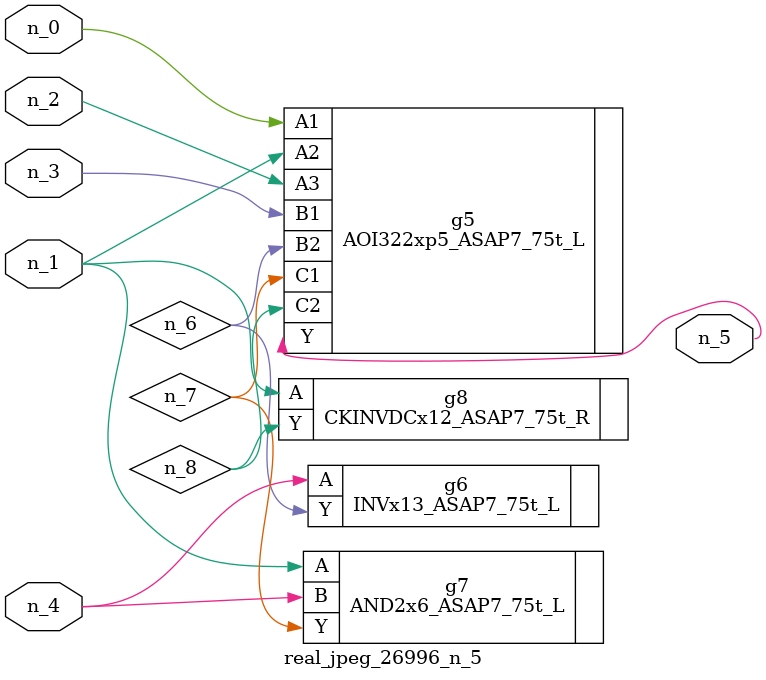
<source format=v>
module real_jpeg_26996_n_5 (n_4, n_0, n_1, n_2, n_3, n_5);

input n_4;
input n_0;
input n_1;
input n_2;
input n_3;

output n_5;

wire n_8;
wire n_6;
wire n_7;

AOI322xp5_ASAP7_75t_L g5 ( 
.A1(n_0),
.A2(n_1),
.A3(n_2),
.B1(n_3),
.B2(n_6),
.C1(n_7),
.C2(n_8),
.Y(n_5)
);

AND2x6_ASAP7_75t_L g7 ( 
.A(n_1),
.B(n_4),
.Y(n_7)
);

CKINVDCx12_ASAP7_75t_R g8 ( 
.A(n_1),
.Y(n_8)
);

INVx13_ASAP7_75t_L g6 ( 
.A(n_4),
.Y(n_6)
);


endmodule
</source>
